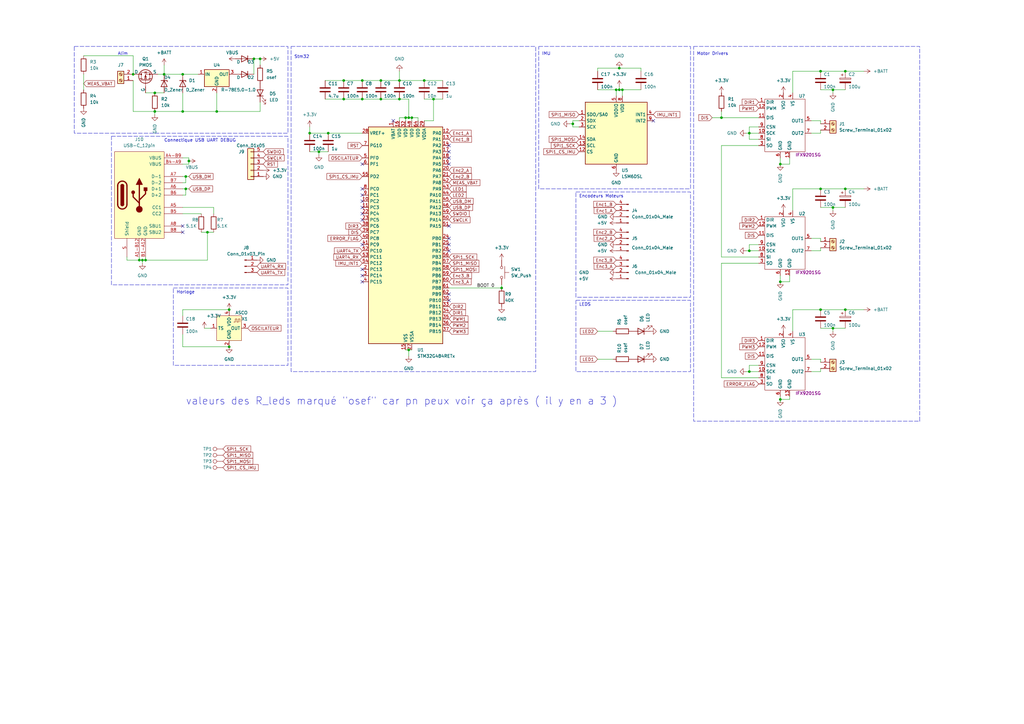
<source format=kicad_sch>
(kicad_sch (version 20230121) (generator eeschema)
  (paper "A3")
  (junction (at 336.55 77.47))
  (junction (at 254 36.83))
  (junction (at 320.04 163.83))
  (junction (at 341.63 134.62))
  (junction (at 234.95 50.8))
  (junction (at 167.64 143.51))
  (junction (at 77.47 66.04))
  (junction (at 163.83 40.64))
  (junction (at 295.91 48.26))
  (junction (at 59.69 106.68))
  (junction (at 156.21 33.02))
  (junction (at 168.91 48.26))
  (junction (at 341.63 36.83))
  (junction (at 166.37 48.26))
  (junction (at 254 27.94))
  (junction (at 85.09 95.25))
  (junction (at 320.04 67.31))
  (junction (at 336.55 127))
  (junction (at 177.8 40.64))
  (junction (at 127 54.61))
  (junction (at 76.2 72.39))
  (junction (at 148.59 33.02))
  (junction (at 74.93 45.72))
  (junction (at 93.98 127))
  (junction (at 167.64 48.26))
  (junction (at 307.34 152.4))
  (junction (at 67.31 30.48))
  (junction (at 88.9 45.72))
  (junction (at 134.62 54.61))
  (junction (at 57.15 106.68))
  (junction (at 205.74 118.11))
  (junction (at 336.55 29.21))
  (junction (at 93.98 142.24))
  (junction (at 173.99 33.02))
  (junction (at 130.81 62.23))
  (junction (at 106.68 24.13))
  (junction (at 156.21 40.64))
  (junction (at 104.14 24.13))
  (junction (at 76.2 77.47))
  (junction (at 341.63 85.09))
  (junction (at 320.04 115.57))
  (junction (at 163.83 33.02))
  (junction (at 255.27 36.83))
  (junction (at 346.71 29.21))
  (junction (at 346.71 127))
  (junction (at 307.34 54.61))
  (junction (at 148.59 40.64))
  (junction (at 74.93 30.48))
  (junction (at 58.42 106.68))
  (junction (at 140.97 40.64))
  (junction (at 54.61 30.48))
  (junction (at 140.97 33.02))
  (junction (at 307.34 102.87))
  (junction (at 346.71 77.47))
  (junction (at 252.73 36.83))
  (junction (at 63.5 38.1))
  (junction (at 63.5 45.72))
  (no_connect (at 161.29 49.53))
  (no_connect (at 74.93 95.25))
  (no_connect (at 148.59 85.09))
  (no_connect (at 148.59 90.17))
  (no_connect (at 148.59 80.01))
  (no_connect (at 184.15 64.77))
  (no_connect (at 148.59 67.31))
  (no_connect (at 148.59 115.57))
  (no_connect (at 148.59 113.03))
  (no_connect (at 74.93 92.71))
  (no_connect (at 148.59 82.55))
  (no_connect (at 148.59 100.33))
  (no_connect (at 184.15 100.33))
  (no_connect (at 184.15 120.65))
  (no_connect (at 148.59 77.47))
  (no_connect (at 184.15 97.79))
  (no_connect (at 184.15 92.71))
  (no_connect (at 184.15 67.31))
  (no_connect (at 148.59 110.49))
  (no_connect (at 148.59 87.63))
  (no_connect (at 267.97 49.53))
  (no_connect (at 184.15 123.19))
  (no_connect (at 184.15 102.87))
  (no_connect (at 184.15 59.69))
  (no_connect (at 184.15 62.23))
  (wire (pts (xy 163.83 33.02) (xy 173.99 33.02)))
  (wire (pts (xy 76.2 72.39) (xy 77.47 72.39)))
  (wire (pts (xy 148.59 33.02) (xy 156.21 33.02)))
  (wire (pts (xy 323.85 115.57) (xy 323.85 113.03)))
  (wire (pts (xy 74.93 80.01) (xy 76.2 80.01)))
  (wire (pts (xy 295.91 107.95) (xy 311.15 107.95)))
  (wire (pts (xy 306.07 152.4) (xy 307.34 152.4)))
  (wire (pts (xy 306.07 102.87) (xy 307.34 102.87)))
  (wire (pts (xy 336.55 147.32) (xy 336.55 148.59)))
  (wire (pts (xy 307.34 54.61) (xy 311.15 54.61)))
  (wire (pts (xy 332.74 49.53) (xy 336.55 49.53)))
  (wire (pts (xy 63.5 38.1) (xy 67.31 38.1)))
  (wire (pts (xy 245.11 147.32) (xy 251.46 147.32)))
  (wire (pts (xy 133.35 40.64) (xy 140.97 40.64)))
  (wire (pts (xy 234.95 49.53) (xy 234.95 50.8)))
  (wire (pts (xy 74.93 142.24) (xy 93.98 142.24)))
  (wire (pts (xy 140.97 33.02) (xy 148.59 33.02)))
  (wire (pts (xy 320.04 67.31) (xy 320.04 64.77)))
  (wire (pts (xy 163.83 48.26) (xy 163.83 49.53)))
  (wire (pts (xy 307.34 57.15) (xy 307.34 54.61)))
  (wire (pts (xy 177.8 40.64) (xy 181.61 40.64)))
  (wire (pts (xy 341.63 85.09) (xy 346.71 85.09)))
  (wire (pts (xy 325.12 29.21) (xy 336.55 29.21)))
  (wire (pts (xy 177.8 40.64) (xy 173.99 40.64)))
  (wire (pts (xy 74.93 137.16) (xy 74.93 142.24)))
  (wire (pts (xy 171.45 48.26) (xy 171.45 49.53)))
  (wire (pts (xy 74.93 38.1) (xy 74.93 45.72)))
  (wire (pts (xy 323.85 163.83) (xy 323.85 162.56)))
  (wire (pts (xy 320.04 163.83) (xy 320.04 162.56)))
  (wire (pts (xy 332.74 97.79) (xy 336.55 97.79)))
  (wire (pts (xy 127 54.61) (xy 134.62 54.61)))
  (wire (pts (xy 87.63 85.09) (xy 74.93 85.09)))
  (wire (pts (xy 320.04 163.83) (xy 320.04 165.1)))
  (wire (pts (xy 163.83 40.64) (xy 167.64 40.64)))
  (wire (pts (xy 77.47 67.31) (xy 74.93 67.31)))
  (wire (pts (xy 163.83 29.21) (xy 163.83 33.02)))
  (wire (pts (xy 106.68 24.13) (xy 106.68 26.67)))
  (wire (pts (xy 106.68 45.72) (xy 88.9 45.72)))
  (wire (pts (xy 245.11 36.83) (xy 252.73 36.83)))
  (wire (pts (xy 325.12 38.1) (xy 325.12 29.21)))
  (wire (pts (xy 52.07 105.41) (xy 52.07 106.68)))
  (wire (pts (xy 82.55 95.25) (xy 85.09 95.25)))
  (wire (pts (xy 336.55 53.34) (xy 336.55 54.61)))
  (wire (pts (xy 341.63 134.62) (xy 346.71 134.62)))
  (wire (pts (xy 325.12 127) (xy 336.55 127)))
  (wire (pts (xy 307.34 52.07) (xy 311.15 52.07)))
  (wire (pts (xy 336.55 101.6) (xy 336.55 102.87)))
  (wire (pts (xy 295.91 45.72) (xy 295.91 48.26)))
  (wire (pts (xy 307.34 52.07) (xy 307.34 54.61)))
  (wire (pts (xy 88.9 45.72) (xy 74.93 45.72)))
  (wire (pts (xy 234.95 50.8) (xy 233.68 50.8)))
  (wire (pts (xy 245.11 135.89) (xy 251.46 135.89)))
  (wire (pts (xy 63.5 46.99) (xy 63.5 45.72)))
  (wire (pts (xy 168.91 48.26) (xy 168.91 49.53)))
  (wire (pts (xy 34.29 22.86) (xy 54.61 22.86)))
  (wire (pts (xy 254 36.83) (xy 255.27 36.83)))
  (wire (pts (xy 167.64 48.26) (xy 168.91 48.26)))
  (wire (pts (xy 336.55 152.4) (xy 332.74 152.4)))
  (wire (pts (xy 58.42 106.68) (xy 59.69 106.68)))
  (wire (pts (xy 85.09 95.25) (xy 87.63 95.25)))
  (wire (pts (xy 54.61 22.86) (xy 54.61 30.48)))
  (wire (pts (xy 311.15 57.15) (xy 307.34 57.15)))
  (wire (pts (xy 127 52.07) (xy 127 54.61)))
  (wire (pts (xy 336.55 97.79) (xy 336.55 99.06)))
  (wire (pts (xy 87.63 87.63) (xy 87.63 85.09)))
  (wire (pts (xy 245.11 27.94) (xy 254 27.94)))
  (wire (pts (xy 76.2 77.47) (xy 74.93 77.47)))
  (wire (pts (xy 58.42 107.95) (xy 58.42 106.68)))
  (wire (pts (xy 325.12 86.36) (xy 325.12 77.47)))
  (wire (pts (xy 234.95 52.07) (xy 234.95 50.8)))
  (wire (pts (xy 205.74 118.11) (xy 184.15 118.11)))
  (wire (pts (xy 254 35.56) (xy 254 36.83)))
  (wire (pts (xy 85.09 106.68) (xy 59.69 106.68)))
  (wire (pts (xy 76.2 74.93) (xy 76.2 72.39)))
  (wire (pts (xy 177.8 40.64) (xy 177.8 49.53)))
  (wire (pts (xy 77.47 64.77) (xy 77.47 66.04)))
  (wire (pts (xy 252.73 39.37) (xy 252.73 36.83)))
  (wire (pts (xy 307.34 100.33) (xy 311.15 100.33)))
  (wire (pts (xy 311.15 59.69) (xy 295.91 59.69)))
  (wire (pts (xy 295.91 48.26) (xy 311.15 48.26)))
  (wire (pts (xy 336.55 134.62) (xy 341.63 134.62)))
  (wire (pts (xy 59.69 106.68) (xy 59.69 105.41)))
  (wire (pts (xy 336.55 29.21) (xy 346.71 29.21)))
  (wire (pts (xy 292.1 48.26) (xy 295.91 48.26)))
  (wire (pts (xy 34.29 36.83) (xy 34.29 30.48)))
  (wire (pts (xy 67.31 30.48) (xy 74.93 30.48)))
  (wire (pts (xy 88.9 38.1) (xy 88.9 45.72)))
  (wire (pts (xy 341.63 85.09) (xy 341.63 86.36)))
  (wire (pts (xy 336.55 49.53) (xy 336.55 50.8)))
  (wire (pts (xy 336.55 85.09) (xy 341.63 85.09)))
  (wire (pts (xy 167.64 146.05) (xy 167.64 143.51)))
  (wire (pts (xy 307.34 102.87) (xy 311.15 102.87)))
  (wire (pts (xy 252.73 36.83) (xy 254 36.83)))
  (wire (pts (xy 205.74 116.84) (xy 205.74 118.11)))
  (wire (pts (xy 320.04 115.57) (xy 320.04 113.03)))
  (wire (pts (xy 336.55 127) (xy 346.71 127)))
  (wire (pts (xy 148.59 40.64) (xy 156.21 40.64)))
  (wire (pts (xy 325.12 77.47) (xy 336.55 77.47)))
  (wire (pts (xy 336.55 36.83) (xy 341.63 36.83)))
  (wire (pts (xy 74.93 72.39) (xy 76.2 72.39)))
  (wire (pts (xy 262.89 27.94) (xy 262.89 29.21)))
  (wire (pts (xy 255.27 39.37) (xy 255.27 36.83)))
  (wire (pts (xy 245.11 27.94) (xy 245.11 29.21)))
  (wire (pts (xy 57.15 106.68) (xy 58.42 106.68)))
  (wire (pts (xy 336.55 54.61) (xy 332.74 54.61)))
  (wire (pts (xy 59.69 38.1) (xy 63.5 38.1)))
  (wire (pts (xy 295.91 154.94) (xy 311.15 154.94)))
  (wire (pts (xy 106.68 24.13) (xy 104.14 24.13)))
  (wire (pts (xy 295.91 59.69) (xy 295.91 105.41)))
  (wire (pts (xy 76.2 77.47) (xy 77.47 77.47)))
  (wire (pts (xy 341.63 36.83) (xy 341.63 38.1)))
  (wire (pts (xy 74.93 30.48) (xy 81.28 30.48)))
  (wire (pts (xy 74.93 129.54) (xy 74.93 127)))
  (wire (pts (xy 341.63 36.83) (xy 346.71 36.83)))
  (wire (pts (xy 130.81 62.23) (xy 134.62 62.23)))
  (wire (pts (xy 106.68 41.91) (xy 106.68 45.72)))
  (wire (pts (xy 83.82 134.62) (xy 86.36 134.62)))
  (wire (pts (xy 332.74 147.32) (xy 336.55 147.32)))
  (wire (pts (xy 163.83 48.26) (xy 166.37 48.26)))
  (wire (pts (xy 57.15 105.41) (xy 57.15 106.68)))
  (wire (pts (xy 173.99 33.02) (xy 181.61 33.02)))
  (wire (pts (xy 67.31 26.67) (xy 67.31 30.48)))
  (wire (pts (xy 234.95 52.07) (xy 237.49 52.07)))
  (wire (pts (xy 295.91 107.95) (xy 295.91 154.94)))
  (wire (pts (xy 167.64 40.64) (xy 167.64 48.26)))
  (wire (pts (xy 307.34 152.4) (xy 311.15 152.4)))
  (wire (pts (xy 307.34 149.86) (xy 311.15 149.86)))
  (wire (pts (xy 74.93 64.77) (xy 77.47 64.77)))
  (wire (pts (xy 54.61 45.72) (xy 63.5 45.72)))
  (wire (pts (xy 64.77 30.48) (xy 67.31 30.48)))
  (wire (pts (xy 127 62.23) (xy 130.81 62.23)))
  (wire (pts (xy 341.63 134.62) (xy 341.63 135.89)))
  (wire (pts (xy 254 27.94) (xy 262.89 27.94)))
  (wire (pts (xy 336.55 151.13) (xy 336.55 152.4)))
  (wire (pts (xy 346.71 77.47) (xy 354.33 77.47)))
  (wire (pts (xy 234.95 49.53) (xy 237.49 49.53)))
  (wire (pts (xy 307.34 149.86) (xy 307.34 152.4)))
  (wire (pts (xy 336.55 77.47) (xy 346.71 77.47)))
  (wire (pts (xy 336.55 102.87) (xy 332.74 102.87)))
  (wire (pts (xy 156.21 33.02) (xy 163.83 33.02)))
  (wire (pts (xy 52.07 106.68) (xy 57.15 106.68)))
  (wire (pts (xy 320.04 163.83) (xy 323.85 163.83)))
  (wire (pts (xy 54.61 33.02) (xy 54.61 45.72)))
  (wire (pts (xy 166.37 48.26) (xy 166.37 49.53)))
  (wire (pts (xy 346.71 29.21) (xy 354.33 29.21)))
  (wire (pts (xy 346.71 127) (xy 354.33 127)))
  (wire (pts (xy 307.34 100.33) (xy 307.34 102.87)))
  (wire (pts (xy 85.09 95.25) (xy 85.09 106.68)))
  (wire (pts (xy 262.89 36.83) (xy 255.27 36.83)))
  (wire (pts (xy 74.93 127) (xy 93.98 127)))
  (wire (pts (xy 177.8 49.53) (xy 173.99 49.53)))
  (wire (pts (xy 140.97 40.64) (xy 148.59 40.64)))
  (wire (pts (xy 295.91 105.41) (xy 311.15 105.41)))
  (wire (pts (xy 130.81 63.5) (xy 130.81 62.23)))
  (wire (pts (xy 74.93 87.63) (xy 82.55 87.63)))
  (wire (pts (xy 104.14 24.13) (xy 104.14 30.48)))
  (wire (pts (xy 325.12 135.89) (xy 325.12 127)))
  (wire (pts (xy 167.64 48.26) (xy 166.37 48.26)))
  (wire (pts (xy 77.47 66.04) (xy 77.47 67.31)))
  (wire (pts (xy 74.93 74.93) (xy 76.2 74.93)))
  (wire (pts (xy 323.85 67.31) (xy 323.85 64.77)))
  (wire (pts (xy 76.2 80.01) (xy 76.2 77.47)))
  (wire (pts (xy 148.59 54.61) (xy 134.62 54.61)))
  (wire (pts (xy 167.64 143.51) (xy 166.37 143.51)))
  (wire (pts (xy 320.04 67.31) (xy 323.85 67.31)))
  (wire (pts (xy 156.21 40.64) (xy 163.83 40.64)))
  (wire (pts (xy 74.93 45.72) (xy 63.5 45.72)))
  (wire (pts (xy 168.91 48.26) (xy 171.45 48.26)))
  (wire (pts (xy 320.04 115.57) (xy 323.85 115.57)))
  (wire (pts (xy 167.64 143.51) (xy 168.91 143.51)))
  (wire (pts (xy 133.35 33.02) (xy 140.97 33.02)))
  (wire (pts (xy 306.07 54.61) (xy 307.34 54.61)))
  (rectangle (start 119.38 19.05) (end 219.71 152.4) (stroke (width 0) (type dash)))
  (rectangle (start 236.22 78.74) (end 283.21 121.92) (stroke (width 0) (type dash)))
  (rectangle (start 377.19 172.72) (end 377.19 172.72))
  (rectangle (start 375.92 168.91) (end 375.92 168.91))
  (rectangle (start 377.19 172.72) (end 377.19 172.72))
  (rectangle (start 220.98 19.05) (end 283.21 77.47) (stroke (width 0) (type dash)))
  (rectangle (start 236.22 123.19) (end 283.21 152.4) (stroke (width 0) (type dash)))
  (rectangle (start 377.19 172.72) (end 377.19 172.72))
  (rectangle (start 284.48 19.05) (end 377.19 172.72) (stroke (width 0) (type dash)))
  (rectangle (start 45.72 55.88) (end 118.11 116.84) (stroke (width 0) (type dash)))
  (rectangle (start 71.12 118.11) (end 118.11 149.86) (stroke (width 0) (type dash)))
  (rectangle (start 30.48 19.05) (end 118.11 54.61) (stroke (width 0) (type dash)))
  (text "valeurs des R_leds marqué \"osef\" car pn peux voir ça après ( il y en a 3 )" (at 76.2 166.37 0) (effects (font (size 3 3)) (justify left bottom)))
  (text "IMU" (at 222.25 22.86 0) (effects (font (size 1.27 1.27)) (justify left bottom)))
  (text "LEDS" (at 237.49 125.73 0) (effects (font (size 1.27 1.27)) (justify left bottom)))
  (text "Encodeurs Moteurs" (at 237.49 81.28 0) (effects (font (size 1.27 1.27)) (justify left bottom)))
  (text "Horloge" (at 72.39 120.65 0) (effects (font (size 1.27 1.27)) (justify left bottom)))
  (text "Stm32" (at 120.65 24.13 0) (effects (font (size 1.27 1.27)) (justify left bottom)))
  (text "Alim" (at 48.26 22.86 0) (effects (font (size 1.27 1.27)) (justify left bottom)))
  (text "Motor Drivers" (at 285.75 22.86 0) (effects (font (size 1.27 1.27)) (justify left bottom)))
  (text "Connectique USB UART DEBUG" (at 67.31 58.42 0) (effects (font (size 1.27 1.27)) (justify left bottom)))
  (label "BOOT 0" (at 195.58 118.11 0))
  (global_label "Enc3_A" (shape input) (at 184.15 115.57 0) (property "Intersheetrefs" "${INTERSHEET_REFS}" (effects hide)) (property "Références Inter-Feuilles" "${INTERSHEET_REFS}" (effects hide)))
  (global_label "DIR3" (shape input) (at 148.59 92.71 180) (property "Intersheetrefs" "${INTERSHEET_REFS}" (effects hide)))
  (global_label "Enc2_A" (shape input) (at 252.73 97.79 180) (property "Intersheetrefs" "${INTERSHEET_REFS}" (effects hide)) (property "Références Inter-Feuilles" "${INTERSHEET_REFS}" (effects hide)))
  (global_label "DIR1" (shape input) (at 184.15 128.27 0) (property "Intersheetrefs" "${INTERSHEET_REFS}" (effects hide)))
  (global_label "DIS" (shape input) (at 311.15 146.05 180) (property "Intersheetrefs" "${INTERSHEET_REFS}" (effects hide)))
  (global_label "OSCILATEUR" (shape input) (at 148.59 64.77 180) (property "Intersheetrefs" "${INTERSHEET_REFS}" (effects hide)))
  (global_label "DIS" (shape input) (at 292.1 48.26 180) (property "Intersheetrefs" "${INTERSHEET_REFS}" (effects hide)))
  (global_label "SWDIO" (shape input) (at 107.95 62.23 0) (property "Intersheetrefs" "${INTERSHEET_REFS}" (effects hide)))
  (global_label "USB_DP" (shape input) (at 77.47 77.47 0) (property "Intersheetrefs" "${INTERSHEET_REFS}" (effects hide)))
  (global_label "DIR3" (shape input) (at 311.15 139.7 180) (property "Intersheetrefs" "${INTERSHEET_REFS}" (effects hide)))
  (global_label "USB_DM" (shape input) (at 77.47 72.39 0) (property "Intersheetrefs" "${INTERSHEET_REFS}" (effects hide)))
  (global_label "DIS" (shape input) (at 311.15 96.52 180) (property "Intersheetrefs" "${INTERSHEET_REFS}" (effects hide)))
  (global_label "Enc3_A" (shape input) (at 252.73 109.22 180) (property "Intersheetrefs" "${INTERSHEET_REFS}" (effects hide)) (property "Références Inter-Feuilles" "${INTERSHEET_REFS}" (effects hide)))
  (global_label "OSCILATEUR" (shape input) (at 101.6 134.62 0) (property "Intersheetrefs" "${INTERSHEET_REFS}" (effects hide)))
  (global_label "SPI1_MISO" (shape input) (at 237.49 46.99 180) (property "Intersheetrefs" "${INTERSHEET_REFS}" (effects hide)))
  (global_label "MEAS_VBAT" (shape input) (at 184.15 74.93 0) (property "Intersheetrefs" "${INTERSHEET_REFS}" (effects hide)))
  (global_label "PWM2" (shape input) (at 311.15 92.71 180) (property "Intersheetrefs" "${INTERSHEET_REFS}" (effects hide)))
  (global_label "LED2" (shape input) (at 245.11 135.89 180) (property "Intersheetrefs" "${INTERSHEET_REFS}" (effects hide)))
  (global_label "PWM3" (shape input) (at 311.15 142.24 180) (property "Intersheetrefs" "${INTERSHEET_REFS}" (effects hide)))
  (global_label "ERROR_FLAG" (shape input) (at 148.59 97.79 180) (property "Intersheetrefs" "${INTERSHEET_REFS}" (effects hide)))
  (global_label "PWM3" (shape input) (at 184.15 135.89 0) (property "Intersheetrefs" "${INTERSHEET_REFS}" (effects hide)))
  (global_label "Enc2_A" (shape input) (at 184.15 69.85 0) (property "Intersheetrefs" "${INTERSHEET_REFS}" (effects hide)) (property "Références Inter-Feuilles" "${INTERSHEET_REFS}" (effects hide)))
  (global_label "SPI1_SCK" (shape input) (at 91.44 184.15 0) (property "Intersheetrefs" "${INTERSHEET_REFS}" (effects hide)))
  (global_label "IMU_INT1" (shape input) (at 267.97 46.99 0) (property "Intersheetrefs" "${INTERSHEET_REFS}" (effects hide)))
  (global_label "SPI1_CS_IMU" (shape input) (at 148.59 72.39 180) (property "Intersheetrefs" "${INTERSHEET_REFS}" (effects hide)))
  (global_label "PWM1" (shape input) (at 184.15 130.81 0) (property "Intersheetrefs" "${INTERSHEET_REFS}" (effects hide)))
  (global_label "PWM2" (shape input) (at 184.15 133.35 0) (property "Intersheetrefs" "${INTERSHEET_REFS}" (effects hide)))
  (global_label "Enc3_B" (shape input) (at 252.73 106.68 180) (property "Intersheetrefs" "${INTERSHEET_REFS}" (effects hide)) (property "Références Inter-Feuilles" "${INTERSHEET_REFS}" (effects hide)))
  (global_label "Enc2_B" (shape input) (at 252.73 95.25 180) (property "Intersheetrefs" "${INTERSHEET_REFS}" (effects hide)) (property "Références Inter-Feuilles" "${INTERSHEET_REFS}" (effects hide)))
  (global_label "UART4_RX" (shape input) (at 148.59 105.41 180) (property "Intersheetrefs" "${INTERSHEET_REFS}" (effects hide)))
  (global_label "PWM1" (shape input) (at 311.15 44.45 180) (property "Intersheetrefs" "${INTERSHEET_REFS}" (effects hide)))
  (global_label "SPI1_SCK" (shape input) (at 184.15 105.41 0) (property "Intersheetrefs" "${INTERSHEET_REFS}" (effects hide)))
  (global_label "LED1" (shape input) (at 184.15 77.47 0) (property "Intersheetrefs" "${INTERSHEET_REFS}" (effects hide)))
  (global_label "SPI1_SCK" (shape input) (at 237.49 59.69 180) (property "Intersheetrefs" "${INTERSHEET_REFS}" (effects hide)))
  (global_label "SWDIO" (shape input) (at 184.15 87.63 0) (property "Intersheetrefs" "${INTERSHEET_REFS}" (effects hide)))
  (global_label "UART4_RX" (shape input) (at 105.41 109.22 0) (property "Intersheetrefs" "${INTERSHEET_REFS}" (effects hide)))
  (global_label "USB_DP" (shape input) (at 184.15 85.09 0) (property "Intersheetrefs" "${INTERSHEET_REFS}" (effects hide)))
  (global_label "USB_DM" (shape input) (at 184.15 82.55 0) (property "Intersheetrefs" "${INTERSHEET_REFS}" (effects hide)))
  (global_label "SPI1_MOSI" (shape input) (at 91.44 189.23 0) (property "Intersheetrefs" "${INTERSHEET_REFS}" (effects hide)))
  (global_label "DIR2" (shape input) (at 311.15 90.17 180) (property "Intersheetrefs" "${INTERSHEET_REFS}" (effects hide)))
  (global_label "UART4_TX" (shape input) (at 148.59 102.87 180) (property "Intersheetrefs" "${INTERSHEET_REFS}" (effects hide)))
  (global_label "SPI1_MOSI" (shape input) (at 237.49 57.15 180) (property "Intersheetrefs" "${INTERSHEET_REFS}" (effects hide)))
  (global_label "Enc3_B" (shape input) (at 184.15 113.03 0) (property "Intersheetrefs" "${INTERSHEET_REFS}" (effects hide)) (property "Références Inter-Feuilles" "${INTERSHEET_REFS}" (effects hide)))
  (global_label "SWCLK" (shape input) (at 107.95 64.77 0) (property "Intersheetrefs" "${INTERSHEET_REFS}" (effects hide)))
  (global_label "Enc1_B" (shape input) (at 184.15 57.15 0) (property "Intersheetrefs" "${INTERSHEET_REFS}" (effects hide)) (property "Références Inter-Feuilles" "${INTERSHEET_REFS}" (effects hide)))
  (global_label "SPI1_MOSI" (shape input) (at 184.15 110.49 0) (property "Intersheetrefs" "${INTERSHEET_REFS}" (effects hide)))
  (global_label "SPI1_CS_IMU" (shape input) (at 237.49 62.23 180) (property "Intersheetrefs" "${INTERSHEET_REFS}" (effects hide)))
  (global_label "RST" (shape input) (at 107.95 67.31 0) (property "Intersheetrefs" "${INTERSHEET_REFS}" (effects hide)))
  (global_label "ERROR_FLAG" (shape input) (at 311.15 157.48 180) (property "Intersheetrefs" "${INTERSHEET_REFS}" (effects hide)))
  (global_label "DIS" (shape input) (at 148.59 95.25 180) (property "Intersheetrefs" "${INTERSHEET_REFS}" (effects hide)))
  (global_label "MEAS_VBAT" (shape input) (at 34.29 34.29 0) (property "Intersheetrefs" "${INTERSHEET_REFS}" (effects hide)))
  (global_label "SPI1_CS_IMU" (shape input) (at 91.44 191.77 0) (property "Intersheetrefs" "${INTERSHEET_REFS}" (effects hide)))
  (global_label "UART4_TX" (shape input) (at 105.41 111.76 0) (property "Intersheetrefs" "${INTERSHEET_REFS}" (effects hide)))
  (global_label "Enc1_A" (shape input) (at 184.15 54.61 0) (property "Intersheetrefs" "${INTERSHEET_REFS}" (effects hide)) (property "Références Inter-Feuilles" "${INTERSHEET_REFS}" (effects hide)))
  (global_label "Enc1_B" (shape input) (at 252.73 83.82 180) (property "Intersheetrefs" "${INTERSHEET_REFS}" (effects hide)) (property "Références Inter-Feuilles" "${INTERSHEET_REFS}" (effects hide)))
  (global_label "LED2" (shape input) (at 184.15 80.01 0) (property "Intersheetrefs" "${INTERSHEET_REFS}" (effects hide)))
  (global_label "DIR1" (shape input) (at 311.15 41.91 180) (property "Intersheetrefs" "${INTERSHEET_REFS}" (effects hide)))
  (global_label "SPI1_MISO" (shape input) (at 184.15 107.95 0) (property "Intersheetrefs" "${INTERSHEET_REFS}" (effects hide)))
  (global_label "SPI1_MISO" (shape input) (at 91.44 186.69 0) (property "Intersheetrefs" "${INTERSHEET_REFS}" (effects hide)))
  (global_label "Enc2_B" (shape input) (at 184.15 72.39 0) (property "Intersheetrefs" "${INTERSHEET_REFS}" (effects hide)) (property "Références Inter-Feuilles" "${INTERSHEET_REFS}" (effects hide)))
  (global_label "LED1" (shape input) (at 245.11 147.32 180) (property "Intersheetrefs" "${INTERSHEET_REFS}" (effects hide)))
  (global_label "RST" (shape input) (at 148.59 59.69 180) (property "Intersheetrefs" "${INTERSHEET_REFS}" (effects hide)))
  (global_label "IMU_INT1" (shape input) (at 148.59 107.95 180) (property "Intersheetrefs" "${INTERSHEET_REFS}" (effects hide)))
  (global_label "DIR2" (shape input) (at 184.15 125.73 0) (property "Intersheetrefs" "${INTERSHEET_REFS}" (effects hide)))
  (global_label "SWCLK" (shape input) (at 184.15 90.17 0) (property "Intersheetrefs" "${INTERSHEET_REFS}" (effects hide)))
  (global_label "Enc1_A" (shape input) (at 252.73 86.36 180) (property "Intersheetrefs" "${INTERSHEET_REFS}" (effects hide)) (property "Références Inter-Feuilles" "${INTERSHEET_REFS}" (effects hide)))
  (symbol (lib_id "power:GND") (at 205.74 125.73 0) (unit 1)
    (property "Reference" "#PWR027" (effects hide))
    (property "Value" "GND" (at 205.74 130.81 0))
  )
  (symbol (lib_id "power:+3.3V") (at 83.82 134.62 0) (unit 1)
    (property "Reference" "#PWR045" (effects hide))
    (property "Value" "+3.3V" (at 87.63 129.54 0))
  )
  (symbol (lib_id "MCU_ST_STM32G4:STM32G484RETx") (at 166.37 97.79 0) (unit 1)
    (property "Reference" "U1" (at 171.1041 143.51 0) (effects (justify left)))
    (property "Value" "STM32G484RETx" (at 171.1041 146.05 0) (effects (justify left)))
    (property "Footprint" "Package_QFP:LQFP-64_10x10mm_P0.5mm" (effects hide))
    (property "Datasheet" "https://www.st.com/resource/en/datasheet/stm32g484re.pdf" (effects hide))
  )
  (symbol (lib_id "Device:C") (at 156.21 36.83 0) (unit 1)
    (property "Reference" "C9" (at 157.48 34.29 0) (effects (justify left)))
    (property "Value" "100n" (at 157.48 39.37 0) (effects (justify left)))
    (property "Footprint" "Capacitor_SMD:C_0805_2012Metric" (effects hide))
  )
  (symbol (lib_id "power:+5V") (at 106.68 24.13 270) (unit 1)
    (property "Reference" "#PWR019" (effects hide))
    (property "Value" "+5V" (at 110.49 24.13 90) (effects (justify left)))
  )
  (symbol (lib_id "power:GND") (at 341.63 38.1 0) (unit 1)
    (property "Reference" "#PWR04" (effects hide))
    (property "Value" "GND" (at 341.63 41.91 90) (effects (justify right)))
  )
  (symbol (lib_id "power:+BATT") (at 354.33 77.47 270) (unit 1)
    (property "Reference" "#PWR010" (effects hide))
    (property "Value" "+BATT" (at 358.14 77.47 90) (effects (justify left)))
  )
  (symbol (lib_id "Device:C") (at 163.83 36.83 0) (unit 1)
    (property "Reference" "C10" (at 165.1 34.29 0) (effects (justify left)))
    (property "Value" "100n" (at 165.1 39.37 0) (effects (justify left)))
    (property "Footprint" "Capacitor_SMD:C_0805_2012Metric" (effects hide))
  )
  (symbol (lib_id "power:GND") (at 130.81 63.5 0) (unit 1)
    (property "Reference" "#PWR035" (effects hide))
    (property "Value" "GND" (at 130.81 68.58 0))
  )
  (symbol (lib_id "Device:D") (at 100.33 24.13 180) (unit 1)
    (property "Reference" "D3" (at 102.87 25.4 0))
    (property "Value" "D" (at 97.79 25.4 0))
    (property "Sim.Device" "D" (effects hide))
    (property "Sim.Pins" "1=K 2=A" (effects hide))
  )
  (symbol (lib_id "Device:C") (at 173.99 36.83 0) (unit 1)
    (property "Reference" "C12" (at 175.26 34.29 0) (effects (justify left)))
    (property "Value" "10n" (at 175.26 39.37 0) (effects (justify left)))
    (property "Footprint" "Capacitor_SMD:C_0805_2012Metric" (effects hide))
  )
  (symbol (lib_id "power:+3.3V") (at 127 52.07 0) (unit 1)
    (property "Reference" "#PWR032" (effects hide))
    (property "Value" "+3.3V" (at 127 46.99 0))
  )
  (symbol (lib_id "power:+3.3V") (at 295.91 38.1 0) (unit 1)
    (property "Reference" "#PWR018" (effects hide))
    (property "Value" "+3.3V" (at 295.91 33.02 0))
  )
  (symbol (lib_id "power:+3.3V") (at 254 35.56 0) (unit 1)
    (property "Reference" "#PWR042" (effects hide))
    (property "Value" "+3.3V" (at 254 30.48 0))
  )
  (symbol (lib_id "Device:R") (at 295.91 41.91 0) (unit 1)
    (property "Reference" "R1" (at 298.45 40.64 0) (effects (justify left)))
    (property "Value" "10k" (at 298.45 43.18 0) (effects (justify left)))
    (property "Footprint" "Resistor_SMD:R_0805_2012Metric" (effects hide))
  )
  (symbol (lib_id "power:+BATT") (at 354.33 29.21 270) (unit 1)
    (property "Reference" "#PWR05" (effects hide))
    (property "Value" "+BATT" (at 358.14 29.21 90) (effects (justify left)))
  )
  (symbol (lib_id "Device:C_Polarized") (at 346.71 33.02 0) (unit 1)
    (property "Reference" "C2" (at 347.98 30.48 0) (effects (justify left)))
    (property "Value" "100u" (at 347.98 35.56 0) (effects (justify left)))
    (property "Footprint" "Capacitor_SMD:CP_Elec_10x12.5" (effects hide))
    (property "RS" "https://fr.rs-online.com/web/p/condensateurs-au-polymere/2440171" (effects hide))
  )
  (symbol (lib_id "Connector:Screw_Terminal_01x02") (at 341.63 148.59 0) (unit 1)
    (property "Reference" "J3" (at 344.17 148.59 0) (effects (justify left)))
    (property "Value" "Screw_Terminal_01x02" (at 344.17 151.13 0) (effects (justify left)))
    (property "Footprint" "TerminalBlock:TerminalBlock_bornier-2_P5.08mm" (effects hide))
  )
  (symbol (lib_id "Device:LED") (at 106.68 38.1 90) (unit 1)
    (property "Reference" "D5" (at 110.49 38.4175 90) (effects (justify right)))
    (property "Value" "LED" (at 110.49 40.9575 90) (effects (justify right)))
    (property "Footprint" "LED_SMD:LED_0603_1608Metric_Pad1.05x0.95mm_HandSolder" (effects hide))
  )
  (symbol (lib_id "Device:R") (at 255.27 135.89 90) (unit 1)
    (property "Reference" "R6" (at 254 133.35 0) (effects (justify left)))
    (property "Value" "osef" (at 256.54 133.35 0) (effects (justify left)))
    (property "Footprint" "Resistor_SMD:R_0805_2012Metric" (effects hide))
  )
  (symbol (lib_id "Device:C_Polarized") (at 346.71 81.28 0) (unit 1)
    (property "Reference" "C4" (at 347.98 78.74 0) (effects (justify left)))
    (property "Value" "100u" (at 347.98 83.82 0) (effects (justify left)))
    (property "Footprint" "Capacitor_SMD:CP_Elec_10x12.5" (effects hide))
    (property "RS" "https://fr.rs-online.com/web/p/condensateurs-au-polymere/2440171" (effects hide))
  )
  (symbol (lib_id "Connector:Screw_Terminal_01x02") (at 341.63 50.8 0) (unit 1)
    (property "Reference" "J1" (at 344.17 50.8 0) (effects (justify left)))
    (property "Value" "Screw_Terminal_01x02" (at 344.17 53.34 0) (effects (justify left)))
    (property "Footprint" "TerminalBlock:TerminalBlock_bornier-2_P5.08mm" (effects hide))
  )
  (symbol (lib_id "Connector:TestPoint") (at 91.44 191.77 90) (unit 1)
    (property "Reference" "TP4" (at 85.09 191.77 90))
    (property "Value" "TestPoint" (effects hide))
    (property "Footprint" "TestPoint:TestPoint_Pad_D2.5mm" (effects hide))
  )
  (symbol (lib_id "Device:C") (at 140.97 36.83 0) (unit 1)
    (property "Reference" "C7" (at 142.24 34.29 0) (effects (justify left)))
    (property "Value" "100n" (at 142.24 39.37 0) (effects (justify left)))
    (property "Footprint" "Capacitor_SMD:C_0805_2012Metric" (effects hide))
  )
  (symbol (lib_id "Connector:Conn_01x03_Pin") (at 100.33 109.22 0) (unit 1)
    (property "Reference" "J8" (at 100.965 101.6 0))
    (property "Value" "Conn_01x03_Pin" (at 100.965 104.14 0))
    (property "Footprint" "Connector_PinHeader_2.54mm:PinHeader_1x03_P2.54mm_Vertical" (effects hide))
  )
  (symbol (lib_id "Connector:Screw_Terminal_01x02") (at 341.63 99.06 0) (unit 1)
    (property "Reference" "J2" (at 344.17 99.06 0) (effects (justify left)))
    (property "Value" "Screw_Terminal_01x02" (at 344.17 101.6 0) (effects (justify left)))
    (property "Footprint" "TerminalBlock:TerminalBlock_bornier-2_P5.08mm" (effects hide))
  )
  (symbol (lib_id "Device:C") (at 133.35 36.83 0) (unit 1)
    (property "Reference" "C11" (at 134.62 34.29 0) (effects (justify left)))
    (property "Value" "4.7u" (at 134.62 39.37 0) (effects (justify left)))
    (property "Footprint" "Capacitor_SMD:C_0805_2012Metric" (effects hide))
  )
  (symbol (lib_id "Connector:TestPoint") (at 91.44 186.69 90) (unit 1)
    (property "Reference" "TP2" (at 85.09 186.69 90))
    (property "Value" "TestPoint" (effects hide))
    (property "Footprint" "TestPoint:TestPoint_Pad_D2.5mm" (effects hide))
  )
  (symbol (lib_id "power:GND") (at 252.73 69.85 0) (unit 1)
    (property "Reference" "#PWR039" (effects hide))
    (property "Value" "GND" (at 252.73 74.93 0))
  )
  (symbol (lib_id "power:GND") (at 306.07 102.87 270) (unit 1)
    (property "Reference" "#PWR06" (effects hide))
    (property "Value" "GND" (at 302.26 102.87 90) (effects (justify right)))
  )
  (symbol (lib_id "Connector:Conn_01x04_Male") (at 257.81 88.9 180) (unit 1)
    (property "Reference" "J4" (at 259.08 86.3599 0) (effects (justify right)))
    (property "Value" "Conn_01x04_Male" (at 259.08 88.9 0) (effects (justify right)))
    (property "Footprint" "library:HE14_EMBASE_1x04" (effects hide))
  )
  (symbol (lib_id "power:+3.3V") (at 321.31 86.36 0) (unit 1)
    (property "Reference" "#PWR08" (effects hide))
    (property "Value" "+3.3V" (at 321.31 81.28 0))
  )
  (symbol (lib_id "power:GND") (at 163.83 29.21 180) (unit 1)
    (property "Reference" "#PWR033" (effects hide))
    (property "Value" "GND" (at 163.83 24.13 0))
  )
  (symbol (lib_id "power:+3.3V") (at 321.31 135.89 0) (unit 1)
    (property "Reference" "#PWR013" (effects hide))
    (property "Value" "+3.3V" (at 321.31 130.81 0))
  )
  (symbol (lib_id "Switch:SW_Push") (at 205.74 111.76 270) (unit 1)
    (property "Reference" "SW1" (at 209.55 110.49 90) (effects (justify left)))
    (property "Value" "SW_Push" (at 209.55 113.03 90) (effects (justify left)))
  )
  (symbol (lib_id "Device:D_Zener") (at 74.93 34.29 270) (unit 1)
    (property "Reference" "D1" (at 77.47 33.02 90) (effects (justify left)))
    (property "Value" "D_Zener" (at 76.2 36.83 90) (effects (justify left)))
  )
  (symbol (lib_id "ENAC_robotique:IFX9201SG") (at 321.31 100.33 0) (unit 1)
    (property "Reference" "U2" (at 328.93 87.63 0))
    (property "Value" "~" (at 314.96 105.41 0))
    (property "Footprint" "ENAC_robotique:IFX9201SG" (effects hide))
    (property "Datasheet" "https://www.infineon.com/dgdl/Infineon-IFX9201SG-DS-v01_01-EN.pdf?fileId=5546d4624cb7f111014d2e8916795dea" (effects hide))
    (property "name" "IFX9201SG" (at 331.47 111.76 0))
  )
  (symbol (lib_id "power:GND") (at 107.95 72.39 90) (unit 1)
    (property "Reference" "#PWR030" (effects hide))
    (property "Value" "GND" (at 111.76 72.39 90) (effects (justify right)))
  )
  (symbol (lib_id "power:GND") (at 58.42 107.95 0) (unit 1)
    (property "Reference" "#PWR025" (effects hide))
    (property "Value" "GND" (at 58.42 113.03 0))
  )
  (symbol (lib_id "power:GND") (at 105.41 106.68 90) (unit 1)
    (property "Reference" "#PWR026" (effects hide))
    (property "Value" "GND" (at 109.22 106.68 90) (effects (justify right)))
  )
  (symbol (lib_id "Device:D_Zener") (at 67.31 34.29 270) (unit 1)
    (property "Reference" "D4" (at 67.31 31.75 90) (effects (justify left)))
    (property "Value" "D_Zener" (at 67.31 36.83 90) (effects (justify left)))
  )
  (symbol (lib_id "power:+3.3V") (at 93.98 127 0) (unit 1)
    (property "Reference" "#PWR044" (effects hide))
    (property "Value" "+3.3V" (at 93.98 121.92 0))
  )
  (symbol (lib_id "power:GND") (at 320.04 115.57 0) (unit 1)
    (property "Reference" "#PWR07" (effects hide))
    (property "Value" "GND" (at 320.04 119.38 90) (effects (justify right)))
  )
  (symbol (lib_id "power:+BATT") (at 354.33 127 270) (unit 1)
    (property "Reference" "#PWR015" (effects hide))
    (property "Value" "+BATT" (at 358.14 127 90) (effects (justify left)))
  )
  (symbol (lib_id "Device:R") (at 255.27 147.32 90) (unit 1)
    (property "Reference" "R10" (at 254 144.78 0) (effects (justify left)))
    (property "Value" "osef" (at 256.54 144.78 0) (effects (justify left)))
    (property "Footprint" "Resistor_SMD:R_0805_2012Metric" (effects hide))
  )
  (symbol (lib_id "Connector:Conn_01x04_Male") (at 257.81 111.76 180) (unit 1)
    (property "Reference" "J6" (at 259.08 109.2199 0) (effects (justify right)))
    (property "Value" "Conn_01x04_Male" (at 260.35 111.76 0) (effects (justify right)))
    (property "Footprint" "library:HE14_EMBASE_1x04" (effects hide))
  )
  (symbol (lib_id "Device:C_Polarized") (at 346.71 130.81 0) (unit 1)
    (property "Reference" "C6" (at 347.98 128.27 0) (effects (justify left)))
    (property "Value" "100u" (at 347.98 133.35 0) (effects (justify left)))
    (property "Footprint" "Capacitor_SMD:CP_Elec_10x12.5" (effects hide))
    (property "RS" "https://fr.rs-online.com/web/p/condensateurs-au-polymere/2440171" (effects hide))
  )
  (symbol (lib_id "Connector:Screw_Terminal_01x02") (at 49.53 33.02 180) (unit 1)
    (property "Reference" "J7" (at 49.53 26.67 0))
    (property "Value" "Screw_Terminal_01x02" (effects hide))
    (property "Footprint" "TerminalBlock:TerminalBlock_bornier-2_P5.08mm" (effects hide))
  )
  (symbol (lib_id "Device:C") (at 134.62 58.42 0) (unit 1)
    (property "Reference" "C15" (at 135.89 55.88 0) (effects (justify left)))
    (property "Value" "1u" (at 135.89 60.96 0) (effects (justify left)))
    (property "Footprint" "Capacitor_SMD:C_0805_2012Metric" (effects hide))
  )
  (symbol (lib_id "power:GND") (at 252.73 100.33 270) (unit 1)
    (property "Reference" "#PWR023" (effects hide))
    (property "Value" "GND" (at 245.11 100.33 90) (effects (justify left)))
  )
  (symbol (lib_id "power:GND") (at 320.04 163.83 0) (unit 1)
    (property "Reference" "#PWR012" (effects hide))
    (property "Value" "GND" (at 320.04 167.64 90) (effects (justify right)))
  )
  (symbol (lib_id "Device:R") (at 34.29 26.67 0) (unit 1)
    (property "Reference" "R3" (at 36.83 25.4 0) (effects (justify left)))
    (property "Value" "10k" (at 36.83 27.94 0) (effects (justify left)))
    (property "Footprint" "Resistor_SMD:R_0805_2012Metric" (effects hide))
  )
  (symbol (lib_id "power:+3.3V") (at 321.31 38.1 0) (unit 1)
    (property "Reference" "#PWR03" (effects hide))
    (property "Value" "+3.3V" (at 321.31 33.02 0))
  )
  (symbol (lib_id "ENAC_robotique:IFX9201SG") (at 321.31 52.07 0) (unit 1)
    (property "Reference" "U?" (at 328.93 39.37 0))
    (property "Value" "~" (at 314.96 57.15 0))
    (property "Footprint" "ENAC_robotique:IFX9201SG" (effects hide))
    (property "Datasheet" "https://www.infineon.com/dgdl/Infineon-IFX9201SG-DS-v01_01-EN.pdf?fileId=5546d4624cb7f111014d2e8916795dea" (effects hide))
    (property "name" "IFX9201SG" (at 331.47 63.5 0))
    (property "RS" "https://fr.rs-online.com/web/p/drivers-de-moteur/1702333" (effects hide))
  )
  (symbol (lib_id "Connector:TestPoint") (at 91.44 189.23 90) (unit 1)
    (property "Reference" "TP3" (at 85.09 189.23 90))
    (property "Value" "TestPoint" (effects hide))
    (property "Footprint" "TestPoint:TestPoint_Pad_D2.5mm" (effects hide))
  )
  (symbol (lib_id "ENAC_robotique:IFX9201SG") (at 321.31 149.86 0) (unit 1)
    (property "Reference" "U3" (at 328.93 137.16 0))
    (property "Value" "~" (at 314.96 154.94 0))
    (property "Footprint" "ENAC_robotique:IFX9201SG" (effects hide))
    (property "Datasheet" "https://www.infineon.com/dgdl/Infineon-IFX9201SG-DS-v01_01-EN.pdf?fileId=5546d4624cb7f111014d2e8916795dea" (effects hide))
    (property "name" "IFX9201SG" (at 331.47 161.29 0))
  )
  (symbol (lib_id "power:+3.3V") (at 107.95 69.85 270) (unit 1)
    (property "Reference" "#PWR031" (effects hide))
    (property "Value" "+3.3V" (at 111.76 69.85 90) (effects (justify left)))
  )
  (symbol (lib_id "power:GND") (at 266.7 147.32 90) (unit 1)
    (property "Reference" "#PWR047" (effects hide))
    (property "Value" "GND" (at 270.51 147.32 90) (effects (justify right)))
  )
  (symbol (lib_id "Simulation_SPICE:PMOS") (at 59.69 33.02 90) (unit 1)
    (property "Reference" "Q1" (at 59.69 24.13 90))
    (property "Value" "PMOS" (at 59.69 26.67 90))
    (property "Datasheet" "https://ngspice.sourceforge.io/docs/ngspice-manual.pdf" (effects hide))
    (property "Sim.Device" "PMOS" (effects hide))
    (property "Sim.Type" "VDMOS" (effects hide))
    (property "Sim.Pins" "1=D 2=G 3=S" (effects hide))
  )
  (symbol (lib_id "power:GND") (at 266.7 135.89 90) (unit 1)
    (property "Reference" "#PWR046" (effects hide))
    (property "Value" "GND" (at 270.51 135.89 90) (effects (justify right)))
  )
  (symbol (lib_id "power:GND") (at 93.98 142.24 0) (unit 1)
    (property "Reference" "#PWR020" (effects hide))
    (property "Value" "GND" (at 93.98 147.32 0))
  )
  (symbol (lib_id "Device:R") (at 34.29 40.64 0) (unit 1)
    (property "Reference" "R4" (at 36.83 39.37 0) (effects (justify left)))
    (property "Value" "10k" (at 36.83 41.91 0) (effects (justify left)))
    (property "Footprint" "Resistor_SMD:R_0805_2012Metric" (effects hide))
  )
  (symbol (lib_id "Connector:TestPoint") (at 91.44 184.15 90) (unit 1)
    (property "Reference" "TP1" (at 85.09 184.15 90))
    (property "Value" "TestPoint" (effects hide))
    (property "Footprint" "TestPoint:TestPoint_Pad_D2.5mm" (effects hide))
  )
  (symbol (lib_id "power:GND") (at 63.5 46.99 0) (unit 1)
    (property "Reference" "#PWR028" (effects hide))
    (property "Value" "GND" (at 63.5 50.8 90) (effects (justify right)))
  )
  (symbol (lib_id "power:GND") (at 252.73 111.76 270) (unit 1)
    (property "Reference" "#PWR024" (effects hide))
    (property "Value" "GND" (at 237.49 111.76 90) (effects (justify left)))
  )
  (symbol (lib_id "Device:C") (at 262.89 33.02 0) (unit 1)
    (property "Reference" "C16" (at 264.16 30.48 0) (effects (justify left)))
    (property "Value" "100n" (at 264.16 35.56 0) (effects (justify left)))
    (property "Footprint" "Capacitor_SMD:C_0805_2012Metric" (effects hide))
  )
  (symbol (lib_id "power:GND") (at 306.07 54.61 270) (unit 1)
    (property "Reference" "#PWR01" (effects hide))
    (property "Value" "GND" (at 302.26 54.61 90) (effects (justify right)))
  )
  (symbol (lib_id "Device:R") (at 106.68 30.48 0) (unit 1)
    (property "Reference" "R5" (at 109.22 29.21 0) (effects (justify left)))
    (property "Value" "osef" (at 109.22 31.75 0) (effects (justify left)))
    (property "Footprint" "Resistor_SMD:R_0805_2012Metric" (effects hide))
  )
  (symbol (lib_id "power:GND") (at 254 27.94 180) (unit 1)
    (property "Reference" "#PWR041" (effects hide))
    (property "Value" "GND" (at 254 22.86 0))
  )
  (symbol (lib_id "power:GND") (at 320.04 67.31 0) (unit 1)
    (property "Reference" "#PWR02" (effects hide))
    (property "Value" "GND" (at 320.04 71.12 90) (effects (justify right)))
  )
  (symbol (lib_id "Connector:Conn_01x04_Male") (at 257.81 100.33 180) (unit 1)
    (property "Reference" "J5" (at 259.08 97.7899 0) (effects (justify right)))
    (property "Value" "Conn_01x04_Male" (at 259.08 101.6 0) (effects (justify right)))
    (property "Footprint" "library:HE14_EMBASE_1x04" (effects hide))
  )
  (symbol (lib_id "Sensor_Motion:LSM6DSL") (at 252.73 54.61 0) (unit 1)
    (property "Reference" "U5" (at 254.9241 69.85 0) (effects (justify left)))
    (property "Value" "LSM6DSL" (at 254.9241 72.39 0) (effects (justify left)))
    (property "Footprint" "Package_LGA:LGA-14_3x2.5mm_P0.5mm_LayoutBorder3x4y" (effects hide))
    (property "Datasheet" "https://www.st.com/resource/en/datasheet/lsm6dsl.pdf" (effects hide))
    (property "RS" "https://fr.rs-online.com/web/p/capteurs-de-mouvement/1639811" (effects hide))
  )
  (symbol (lib_id "Device:LED") (at 262.89 147.32 180) (unit 1)
    (property "Reference" "D7" (at 263.2075 143.51 90) (effects (justify right)))
    (property "Value" "LED" (at 265.7475 143.51 90) (effects (justify right)))
    (property "Footprint" "LED_SMD:LED_0603_1608Metric_Pad1.05x0.95mm_HandSolder" (effects hide))
  )
  (symbol (lib_id "power:GND") (at 306.07 152.4 270) (unit 1)
    (property "Reference" "#PWR011" (effects hide))
    (property "Value" "GND" (at 302.26 152.4 90) (effects (justify right)))
  )
  (symbol (lib_id "Device:C") (at 336.55 33.02 0) (unit 1)
    (property "Reference" "C1" (at 337.82 30.48 0) (effects (justify left)))
    (property "Value" "100n" (at 337.82 35.56 0) (effects (justify left)))
    (property "Footprint" "Capacitor_SMD:C_0805_2012Metric" (effects hide))
  )
  (symbol (lib_id "Device:C") (at 127 58.42 0) (unit 1)
    (property "Reference" "C14" (at 128.27 55.88 0) (effects (justify left)))
    (property "Value" "100n" (at 128.27 60.96 0) (effects (justify left)))
    (property "Footprint" "Capacitor_SMD:C_0805_2012Metric" (effects hide))
  )
  (symbol (lib_id "ENAC_robotique:USB-C_12pin") (at 57.15 80.01 0) (unit 1)
    (property "Reference" "J10" (at 57.15 57.15 0))
    (property "Value" "USB-C_12pin" (at 57.15 59.69 0))
    (property "Footprint" "ENAC_robotique:USB-C_HRO_C-31-M-12" (effects hide))
  )
  (symbol (lib_id "Device:C") (at 336.55 81.28 0) (unit 1)
    (property "Reference" "C3" (at 337.82 78.74 0) (effects (justify left)))
    (property "Value" "100n" (at 337.82 83.82 0) (effects (justify left)))
    (property "Footprint" "Capacitor_SMD:C_0805_2012Metric" (effects hide))
  )
  (symbol (lib_id "Device:R") (at 63.5 41.91 0) (unit 1)
    (property "Reference" "R2" (at 66.04 40.64 0) (effects (justify left)))
    (property "Value" "10k" (at 66.04 43.18 0) (effects (justify left)))
    (property "Footprint" "Resistor_SMD:R_0805_2012Metric" (effects hide))
  )
  (symbol (lib_id "power:+5V") (at 252.73 91.44 90) (unit 1)
    (property "Reference" "#PWR036" (effects hide))
    (property "Value" "+5V" (at 248.92 91.44 90) (effects (justify left)))
  )
  (symbol (lib_id "ENAC_robotique:ASCO") (at 93.98 134.62 0) (unit 1)
    (property "Reference" "X1" (at 100.33 130.81 0))
    (property "Value" "ASCO" (at 99.06 128.27 0))
    (property "Footprint" "ENAC_robotique:Osc_ASCO" (effects hide))
    (property "MFR" "Abracon" (effects hide))
  )
  (symbol (lib_id "Regulator_Switching:R-78E5.0-1.0") (at 88.9 30.48 0) (unit 1)
    (property "Reference" "U4" (at 88.9 26.67 0))
    (property "Value" "R-78E5.0-1.0" (at 97.79 36.83 0))
    (property "Footprint" "Converter_DCDC:Converter_DCDC_RECOM_R-78E-0.5_THT" (effects hide))
    (property "Datasheet" "https://www.recom-power.com/pdf/Innoline/R-78Exx-1.0.pdf" (effects hide))
  )
  (symbol (lib_id "power:+5V") (at 252.73 102.87 90) (unit 1)
    (property "Reference" "#PWR037" (effects hide))
    (property "Value" "+5V" (at 248.92 102.87 90) (effects (justify left)))
  )
  (symbol (lib_id "Connector_Generic:Conn_01x05") (at 102.87 67.31 180) (unit 1)
    (property "Reference" "J9" (at 99.06 62.23 0))
    (property "Value" "Conn_01x05" (at 102.87 59.69 0))
    (property "Footprint" "Connector_Molex:Molex_CLIK-Mate_502382-0570_1x05-1MP_P1.25mm_Vertical" (effects hide))
  )
  (symbol (lib_id "Device:LED") (at 262.89 135.89 180) (unit 1)
    (property "Reference" "D6" (at 263.2075 132.08 90) (effects (justify right)))
    (property "Value" "LED" (at 265.7475 132.08 90) (effects (justify right)))
    (property "Footprint" "LED_SMD:LED_0603_1608Metric_Pad1.05x0.95mm_HandSolder" (effects hide))
  )
  (symbol (lib_id "Device:C") (at 74.93 133.35 0) (unit 1)
    (property "Reference" "C18" (at 76.2 130.81 0) (effects (justify left)))
    (property "Value" "100n" (at 76.2 135.89 0) (effects (justify left)))
    (property "Footprint" "Capacitor_SMD:C_0805_2012Metric" (effects hide))
  )
  (symbol (lib_id "power:GND") (at 341.63 135.89 0) (unit 1)
    (property "Reference" "#PWR014" (effects hide))
    (property "Value" "GND" (at 341.63 139.7 90) (effects (justify right)))
  )
  (symbol (lib_id "Device:C") (at 148.59 36.83 0) (unit 1)
    (property "Reference" "C8" (at 149.86 34.29 0) (effects (justify left)))
    (property "Value" "100n" (at 149.86 39.37 0) (effects (justify left)))
    (property "Footprint" "Capacitor_SMD:C_0805_2012Metric" (effects hide))
  )
  (symbol (lib_id "power:+BATT") (at 67.31 26.67 0) (unit 1)
    (property "Reference" "#PWR029" (effects hide))
    (property "Value" "+BATT" (at 67.31 21.59 0))
  )
  (symbol (lib_id "Device:C") (at 181.61 36.83 0) (unit 1)
    (property "Reference" "C13" (at 182.88 34.29 0) (effects (justify left)))
    (property "Value" "1u" (at 182.88 39.37 0) (effects (justify left)))
    (property "Footprint" "Capacitor_SMD:C_0805_2012Metric" (effects hide))
  )
  (symbol (lib_id "Device:R") (at 87.63 91.44 0) (unit 1)
    (property "Reference" "R7" (at 88.9 90.17 0) (effects (justify left)))
    (property "Value" "5.1K" (at 88.9 92.71 0) (effects (justify left)))
    (property "Footprint" "Resistor_SMD:R_0603_1608Metric_Pad0.98x0.95mm_HandSolder" (effects hide))
  )
  (symbol (lib_id "power:GND") (at 252.73 88.9 270) (unit 1)
    (property "Reference" "#PWR022" (effects hide))
    (property "Value" "GND" (at 245.11 88.9 90) (effects (justify left)))
  )
  (symbol (lib_id "power:GND") (at 167.64 146.05 0) (unit 1)
    (property "Reference" "#PWR034" (effects hide))
    (property "Value" "GND" (at 167.64 151.13 0))
  )
  (symbol (lib_id "power:GND") (at 233.68 50.8 270) (unit 1)
    (property "Reference" "#PWR040" (effects hide))
    (property "Value" "GND" (at 229.87 50.8 90) (effects (justify right)))
  )
  (symbol (lib_id "power:+5V") (at 252.73 114.3 90) (unit 1)
    (property "Reference" "#PWR038" (effects hide))
    (property "Value" "+5V" (at 241.3 114.3 90) (effects (justify left)))
  )
  (symbol (lib_id "power:GND") (at 341.63 86.36 0) (unit 1)
    (property "Reference" "#PWR09" (effects hide))
    (property "Value" "GND" (at 341.63 90.17 90) (effects (justify right)))
  )
  (symbol (lib_id "power:GND") (at 34.29 44.45 0) (unit 1)
    (property "Reference" "#PWR016" (effects hide))
    (property "Value" "GND" (at 34.29 48.26 90) (effects (justify right)))
  )
  (symbol (lib_id "power:+3.3V") (at 205.74 106.68 0) (unit 1)
    (property "Reference" "#PWR043" (effects hide))
    (property "Value" "+3.3V" (at 205.74 101.6 0))
  )
  (symbol (lib_id "Device:D") (at 100.33 30.48 180) (unit 1)
    (property "Reference" "D2" (at 102.87 31.75 0))
    (property "Value" "D" (at 97.79 31.75 0))
    (property "Sim.Device" "D" (effects hide))
    (property "Sim.Pins" "1=K 2=A" (effects hide))
  )
  (symbol (lib_id "power:VBUS") (at 96.52 24.13 90) (unit 1)
    (property "Reference" "#PWR021" (effects hide))
    (property "Value" "VBUS" (at 92.71 21.59 90) (effects (justify right)))
  )
  (symbol (lib_id "Device:R") (at 205.74 121.92 0) (unit 1)
    (property "Reference" "R9" (at 207.01 120.65 0) (effects (justify left)))
    (property "Value" "40K" (at 207.01 123.19 0) (effects (justify left)))
    (property "Footprint" "Resistor_SMD:R_0603_1608Metric_Pad0.98x0.95mm_HandSolder" (effects hide))
  )
  (symbol (lib_id "power:VBUS") (at 77.47 66.04 270) (unit 1)
    (property "Reference" "#PWR017" (effects hide))
    (property "Value" "VBUS" (at 81.28 68.58 90) (effects (justify right)))
  )
  (symbol (lib_id "Device:R") (at 82.55 91.44 0) (unit 1)
    (property "Reference" "R8" (at 78.74 90.17 0) (effects (justify left)))
    (property "Value" "5.1K" (at 76.2 92.71 0) (effects (justify left)))
    (property "Footprint" "Resistor_SMD:R_0603_1608Metric_Pad0.98x0.95mm_HandSolder" (effects hide))
  )
  (symbol (lib_id "Device:C") (at 245.11 33.02 0) (unit 1)
    (property "Reference" "C17" (at 246.38 30.48 0) (effects (justify left)))
    (property "Value" "100n" (at 246.38 35.56 0) (effects (justify left)))
    (property "Footprint" "Capacitor_SMD:C_0805_2012Metric" (effects hide))
  )
  (symbol (lib_id "Device:C") (at 336.55 130.81 0) (unit 1)
    (property "Reference" "C5" (at 337.82 128.27 0) (effects (justify left)))
    (property "Value" "100n" (at 337.82 133.35 0) (effects (justify left)))
    (property "Footprint" "Capacitor_SMD:C_0805_2012Metric" (effects hide))
  )
)
</source>
